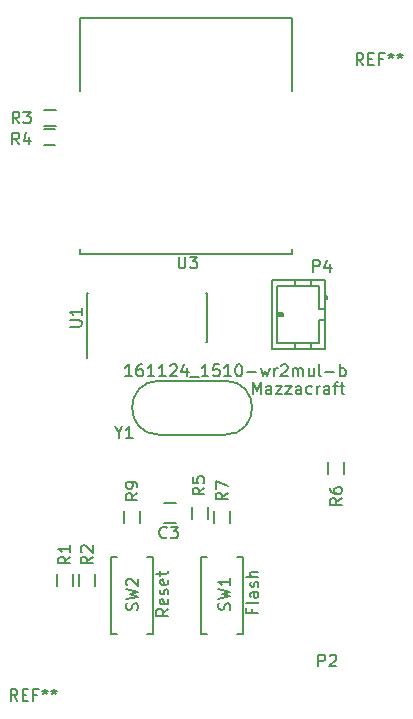
<source format=gbr>
G04 #@! TF.FileFunction,Legend,Top*
%FSLAX46Y46*%
G04 Gerber Fmt 4.6, Leading zero omitted, Abs format (unit mm)*
G04 Created by KiCad (PCBNEW 4.0.4+e1-6308~48~ubuntu16.04.1-stable) date Thu Nov 24 17:46:36 2016*
%MOMM*%
%LPD*%
G01*
G04 APERTURE LIST*
%ADD10C,0.100000*%
%ADD11C,0.200000*%
%ADD12C,0.150000*%
%ADD13C,0.152400*%
G04 APERTURE END LIST*
D10*
D11*
X131322381Y-145938095D02*
X130846190Y-146271429D01*
X131322381Y-146509524D02*
X130322381Y-146509524D01*
X130322381Y-146128571D01*
X130370000Y-146033333D01*
X130417619Y-145985714D01*
X130512857Y-145938095D01*
X130655714Y-145938095D01*
X130750952Y-145985714D01*
X130798571Y-146033333D01*
X130846190Y-146128571D01*
X130846190Y-146509524D01*
X131274762Y-145128571D02*
X131322381Y-145223809D01*
X131322381Y-145414286D01*
X131274762Y-145509524D01*
X131179524Y-145557143D01*
X130798571Y-145557143D01*
X130703333Y-145509524D01*
X130655714Y-145414286D01*
X130655714Y-145223809D01*
X130703333Y-145128571D01*
X130798571Y-145080952D01*
X130893810Y-145080952D01*
X130989048Y-145557143D01*
X131274762Y-144700000D02*
X131322381Y-144604762D01*
X131322381Y-144414286D01*
X131274762Y-144319047D01*
X131179524Y-144271428D01*
X131131905Y-144271428D01*
X131036667Y-144319047D01*
X130989048Y-144414286D01*
X130989048Y-144557143D01*
X130941429Y-144652381D01*
X130846190Y-144700000D01*
X130798571Y-144700000D01*
X130703333Y-144652381D01*
X130655714Y-144557143D01*
X130655714Y-144414286D01*
X130703333Y-144319047D01*
X131274762Y-143461904D02*
X131322381Y-143557142D01*
X131322381Y-143747619D01*
X131274762Y-143842857D01*
X131179524Y-143890476D01*
X130798571Y-143890476D01*
X130703333Y-143842857D01*
X130655714Y-143747619D01*
X130655714Y-143557142D01*
X130703333Y-143461904D01*
X130798571Y-143414285D01*
X130893810Y-143414285D01*
X130989048Y-143890476D01*
X130655714Y-143128571D02*
X130655714Y-142747619D01*
X130322381Y-142985714D02*
X131179524Y-142985714D01*
X131274762Y-142938095D01*
X131322381Y-142842857D01*
X131322381Y-142747619D01*
X138418571Y-145978571D02*
X138418571Y-146311905D01*
X138942381Y-146311905D02*
X137942381Y-146311905D01*
X137942381Y-145835714D01*
X138942381Y-145311905D02*
X138894762Y-145407143D01*
X138799524Y-145454762D01*
X137942381Y-145454762D01*
X138942381Y-144502380D02*
X138418571Y-144502380D01*
X138323333Y-144549999D01*
X138275714Y-144645237D01*
X138275714Y-144835714D01*
X138323333Y-144930952D01*
X138894762Y-144502380D02*
X138942381Y-144597618D01*
X138942381Y-144835714D01*
X138894762Y-144930952D01*
X138799524Y-144978571D01*
X138704286Y-144978571D01*
X138609048Y-144930952D01*
X138561429Y-144835714D01*
X138561429Y-144597618D01*
X138513810Y-144502380D01*
X138894762Y-144073809D02*
X138942381Y-143978571D01*
X138942381Y-143788095D01*
X138894762Y-143692856D01*
X138799524Y-143645237D01*
X138751905Y-143645237D01*
X138656667Y-143692856D01*
X138609048Y-143788095D01*
X138609048Y-143930952D01*
X138561429Y-144026190D01*
X138466190Y-144073809D01*
X138418571Y-144073809D01*
X138323333Y-144026190D01*
X138275714Y-143930952D01*
X138275714Y-143788095D01*
X138323333Y-143692856D01*
X138942381Y-143216666D02*
X137942381Y-143216666D01*
X138942381Y-142788094D02*
X138418571Y-142788094D01*
X138323333Y-142835713D01*
X138275714Y-142930951D01*
X138275714Y-143073809D01*
X138323333Y-143169047D01*
X138370952Y-143216666D01*
X138490475Y-127742381D02*
X138490475Y-126742381D01*
X138823809Y-127456667D01*
X139157142Y-126742381D01*
X139157142Y-127742381D01*
X140061904Y-127742381D02*
X140061904Y-127218571D01*
X140014285Y-127123333D01*
X139919047Y-127075714D01*
X139728570Y-127075714D01*
X139633332Y-127123333D01*
X140061904Y-127694762D02*
X139966666Y-127742381D01*
X139728570Y-127742381D01*
X139633332Y-127694762D01*
X139585713Y-127599524D01*
X139585713Y-127504286D01*
X139633332Y-127409048D01*
X139728570Y-127361429D01*
X139966666Y-127361429D01*
X140061904Y-127313810D01*
X140442856Y-127075714D02*
X140966666Y-127075714D01*
X140442856Y-127742381D01*
X140966666Y-127742381D01*
X141252380Y-127075714D02*
X141776190Y-127075714D01*
X141252380Y-127742381D01*
X141776190Y-127742381D01*
X142585714Y-127742381D02*
X142585714Y-127218571D01*
X142538095Y-127123333D01*
X142442857Y-127075714D01*
X142252380Y-127075714D01*
X142157142Y-127123333D01*
X142585714Y-127694762D02*
X142490476Y-127742381D01*
X142252380Y-127742381D01*
X142157142Y-127694762D01*
X142109523Y-127599524D01*
X142109523Y-127504286D01*
X142157142Y-127409048D01*
X142252380Y-127361429D01*
X142490476Y-127361429D01*
X142585714Y-127313810D01*
X143490476Y-127694762D02*
X143395238Y-127742381D01*
X143204761Y-127742381D01*
X143109523Y-127694762D01*
X143061904Y-127647143D01*
X143014285Y-127551905D01*
X143014285Y-127266190D01*
X143061904Y-127170952D01*
X143109523Y-127123333D01*
X143204761Y-127075714D01*
X143395238Y-127075714D01*
X143490476Y-127123333D01*
X143919047Y-127742381D02*
X143919047Y-127075714D01*
X143919047Y-127266190D02*
X143966666Y-127170952D01*
X144014285Y-127123333D01*
X144109523Y-127075714D01*
X144204762Y-127075714D01*
X144966667Y-127742381D02*
X144966667Y-127218571D01*
X144919048Y-127123333D01*
X144823810Y-127075714D01*
X144633333Y-127075714D01*
X144538095Y-127123333D01*
X144966667Y-127694762D02*
X144871429Y-127742381D01*
X144633333Y-127742381D01*
X144538095Y-127694762D01*
X144490476Y-127599524D01*
X144490476Y-127504286D01*
X144538095Y-127409048D01*
X144633333Y-127361429D01*
X144871429Y-127361429D01*
X144966667Y-127313810D01*
X145300000Y-127075714D02*
X145680952Y-127075714D01*
X145442857Y-127742381D02*
X145442857Y-126885238D01*
X145490476Y-126790000D01*
X145585714Y-126742381D01*
X145680952Y-126742381D01*
X145871429Y-127075714D02*
X146252381Y-127075714D01*
X146014286Y-126742381D02*
X146014286Y-127599524D01*
X146061905Y-127694762D01*
X146157143Y-127742381D01*
X146252381Y-127742381D01*
X128258095Y-126242381D02*
X127686666Y-126242381D01*
X127972380Y-126242381D02*
X127972380Y-125242381D01*
X127877142Y-125385238D01*
X127781904Y-125480476D01*
X127686666Y-125528095D01*
X129115238Y-125242381D02*
X128924761Y-125242381D01*
X128829523Y-125290000D01*
X128781904Y-125337619D01*
X128686666Y-125480476D01*
X128639047Y-125670952D01*
X128639047Y-126051905D01*
X128686666Y-126147143D01*
X128734285Y-126194762D01*
X128829523Y-126242381D01*
X129020000Y-126242381D01*
X129115238Y-126194762D01*
X129162857Y-126147143D01*
X129210476Y-126051905D01*
X129210476Y-125813810D01*
X129162857Y-125718571D01*
X129115238Y-125670952D01*
X129020000Y-125623333D01*
X128829523Y-125623333D01*
X128734285Y-125670952D01*
X128686666Y-125718571D01*
X128639047Y-125813810D01*
X130162857Y-126242381D02*
X129591428Y-126242381D01*
X129877142Y-126242381D02*
X129877142Y-125242381D01*
X129781904Y-125385238D01*
X129686666Y-125480476D01*
X129591428Y-125528095D01*
X131115238Y-126242381D02*
X130543809Y-126242381D01*
X130829523Y-126242381D02*
X130829523Y-125242381D01*
X130734285Y-125385238D01*
X130639047Y-125480476D01*
X130543809Y-125528095D01*
X131496190Y-125337619D02*
X131543809Y-125290000D01*
X131639047Y-125242381D01*
X131877143Y-125242381D01*
X131972381Y-125290000D01*
X132020000Y-125337619D01*
X132067619Y-125432857D01*
X132067619Y-125528095D01*
X132020000Y-125670952D01*
X131448571Y-126242381D01*
X132067619Y-126242381D01*
X132924762Y-125575714D02*
X132924762Y-126242381D01*
X132686666Y-125194762D02*
X132448571Y-125909048D01*
X133067619Y-125909048D01*
X133210476Y-126337619D02*
X133972381Y-126337619D01*
X134734286Y-126242381D02*
X134162857Y-126242381D01*
X134448571Y-126242381D02*
X134448571Y-125242381D01*
X134353333Y-125385238D01*
X134258095Y-125480476D01*
X134162857Y-125528095D01*
X135639048Y-125242381D02*
X135162857Y-125242381D01*
X135115238Y-125718571D01*
X135162857Y-125670952D01*
X135258095Y-125623333D01*
X135496191Y-125623333D01*
X135591429Y-125670952D01*
X135639048Y-125718571D01*
X135686667Y-125813810D01*
X135686667Y-126051905D01*
X135639048Y-126147143D01*
X135591429Y-126194762D01*
X135496191Y-126242381D01*
X135258095Y-126242381D01*
X135162857Y-126194762D01*
X135115238Y-126147143D01*
X136639048Y-126242381D02*
X136067619Y-126242381D01*
X136353333Y-126242381D02*
X136353333Y-125242381D01*
X136258095Y-125385238D01*
X136162857Y-125480476D01*
X136067619Y-125528095D01*
X137258095Y-125242381D02*
X137353334Y-125242381D01*
X137448572Y-125290000D01*
X137496191Y-125337619D01*
X137543810Y-125432857D01*
X137591429Y-125623333D01*
X137591429Y-125861429D01*
X137543810Y-126051905D01*
X137496191Y-126147143D01*
X137448572Y-126194762D01*
X137353334Y-126242381D01*
X137258095Y-126242381D01*
X137162857Y-126194762D01*
X137115238Y-126147143D01*
X137067619Y-126051905D01*
X137020000Y-125861429D01*
X137020000Y-125623333D01*
X137067619Y-125432857D01*
X137115238Y-125337619D01*
X137162857Y-125290000D01*
X137258095Y-125242381D01*
X138020000Y-125861429D02*
X138781905Y-125861429D01*
X139162857Y-125575714D02*
X139353333Y-126242381D01*
X139543810Y-125766190D01*
X139734286Y-126242381D01*
X139924762Y-125575714D01*
X140305714Y-126242381D02*
X140305714Y-125575714D01*
X140305714Y-125766190D02*
X140353333Y-125670952D01*
X140400952Y-125623333D01*
X140496190Y-125575714D01*
X140591429Y-125575714D01*
X140877143Y-125337619D02*
X140924762Y-125290000D01*
X141020000Y-125242381D01*
X141258096Y-125242381D01*
X141353334Y-125290000D01*
X141400953Y-125337619D01*
X141448572Y-125432857D01*
X141448572Y-125528095D01*
X141400953Y-125670952D01*
X140829524Y-126242381D01*
X141448572Y-126242381D01*
X141877143Y-126242381D02*
X141877143Y-125575714D01*
X141877143Y-125670952D02*
X141924762Y-125623333D01*
X142020000Y-125575714D01*
X142162858Y-125575714D01*
X142258096Y-125623333D01*
X142305715Y-125718571D01*
X142305715Y-126242381D01*
X142305715Y-125718571D02*
X142353334Y-125623333D01*
X142448572Y-125575714D01*
X142591429Y-125575714D01*
X142686667Y-125623333D01*
X142734286Y-125718571D01*
X142734286Y-126242381D01*
X143639048Y-125575714D02*
X143639048Y-126242381D01*
X143210476Y-125575714D02*
X143210476Y-126099524D01*
X143258095Y-126194762D01*
X143353333Y-126242381D01*
X143496191Y-126242381D01*
X143591429Y-126194762D01*
X143639048Y-126147143D01*
X144258095Y-126242381D02*
X144162857Y-126194762D01*
X144115238Y-126099524D01*
X144115238Y-125242381D01*
X144639048Y-125861429D02*
X145400953Y-125861429D01*
X145877143Y-126242381D02*
X145877143Y-125242381D01*
X145877143Y-125623333D02*
X145972381Y-125575714D01*
X146162858Y-125575714D01*
X146258096Y-125623333D01*
X146305715Y-125670952D01*
X146353334Y-125766190D01*
X146353334Y-126051905D01*
X146305715Y-126147143D01*
X146258096Y-126194762D01*
X146162858Y-126242381D01*
X145972381Y-126242381D01*
X145877143Y-126194762D01*
D12*
X131945000Y-136945000D02*
X130945000Y-136945000D01*
X130945000Y-138645000D02*
X131945000Y-138645000D01*
X140075000Y-118065000D02*
X144575000Y-118065000D01*
X144575000Y-118065000D02*
X144575000Y-123965000D01*
X144575000Y-123965000D02*
X140075000Y-123965000D01*
X140075000Y-123965000D02*
X140075000Y-118065000D01*
X144575000Y-120515000D02*
X144075000Y-120515000D01*
X144075000Y-120515000D02*
X144075000Y-118565000D01*
X144075000Y-118565000D02*
X140575000Y-118565000D01*
X140575000Y-118565000D02*
X140575000Y-123465000D01*
X140575000Y-123465000D02*
X144075000Y-123465000D01*
X144075000Y-123465000D02*
X144075000Y-121515000D01*
X144075000Y-121515000D02*
X144575000Y-121515000D01*
X143375000Y-118065000D02*
X143375000Y-118565000D01*
X142075000Y-118065000D02*
X142075000Y-118565000D01*
X143375000Y-123465000D02*
X143375000Y-123965000D01*
X142075000Y-123465000D02*
X142075000Y-123965000D01*
X144575000Y-119715000D02*
X144775000Y-119715000D01*
X144775000Y-119715000D02*
X144775000Y-119415000D01*
X144775000Y-119415000D02*
X144575000Y-119415000D01*
X144675000Y-119715000D02*
X144675000Y-119415000D01*
X140575000Y-120915000D02*
X141075000Y-120915000D01*
X141075000Y-120915000D02*
X141075000Y-121115000D01*
X141075000Y-121115000D02*
X140575000Y-121115000D01*
X140575000Y-121015000D02*
X141075000Y-121015000D01*
X137140000Y-141530000D02*
X137640000Y-141530000D01*
X137640000Y-141530000D02*
X137640000Y-148030000D01*
X137640000Y-148030000D02*
X137140000Y-148030000D01*
X134640000Y-148030000D02*
X134140000Y-148030000D01*
X134140000Y-148030000D02*
X134140000Y-141530000D01*
X134140000Y-141530000D02*
X134640000Y-141530000D01*
X129520000Y-141530000D02*
X130020000Y-141530000D01*
X130020000Y-141530000D02*
X130020000Y-148030000D01*
X130020000Y-148030000D02*
X129520000Y-148030000D01*
X127020000Y-148030000D02*
X126520000Y-148030000D01*
X126520000Y-148030000D02*
X126520000Y-141530000D01*
X126520000Y-141530000D02*
X127020000Y-141530000D01*
X124465000Y-123360000D02*
X124490000Y-123360000D01*
X124465000Y-119210000D02*
X124570000Y-119210000D01*
X134615000Y-119210000D02*
X134510000Y-119210000D01*
X134615000Y-123360000D02*
X134510000Y-123360000D01*
X124465000Y-123360000D02*
X124465000Y-119210000D01*
X134615000Y-123360000D02*
X134615000Y-119210000D01*
X124490000Y-123360000D02*
X124490000Y-124735000D01*
D13*
X123825000Y-95885000D02*
X123825000Y-102070000D01*
X141808200Y-115470000D02*
X141808200Y-115849400D01*
X123825000Y-115470000D02*
X123825000Y-115849400D01*
X141808200Y-95885000D02*
X141808200Y-102070000D01*
X123825000Y-115887500D02*
X141808200Y-115887500D01*
X141795500Y-95885000D02*
X123825000Y-95885000D01*
D12*
X136144000Y-131191000D02*
G75*
G03X136144000Y-126619000I0J2286000D01*
G01*
X130556000Y-126619000D02*
G75*
G03X130556000Y-131191000I0J-2286000D01*
G01*
X130556000Y-131191000D02*
X136144000Y-131191000D01*
X130556000Y-126619000D02*
X136144000Y-126619000D01*
X127595000Y-138670000D02*
X127595000Y-137670000D01*
X128945000Y-137670000D02*
X128945000Y-138670000D01*
X135215000Y-138670000D02*
X135215000Y-137670000D01*
X136565000Y-137670000D02*
X136565000Y-138670000D01*
X144825000Y-134500000D02*
X144825000Y-133500000D01*
X146175000Y-133500000D02*
X146175000Y-134500000D01*
X134660000Y-137295000D02*
X134660000Y-138295000D01*
X133310000Y-138295000D02*
X133310000Y-137295000D01*
X120780000Y-105315000D02*
X121780000Y-105315000D01*
X121780000Y-106665000D02*
X120780000Y-106665000D01*
X121800000Y-105065000D02*
X120800000Y-105065000D01*
X120800000Y-103715000D02*
X121800000Y-103715000D01*
X125135000Y-143010000D02*
X125135000Y-144010000D01*
X123785000Y-144010000D02*
X123785000Y-143010000D01*
X123230000Y-143010000D02*
X123230000Y-144010000D01*
X121880000Y-144010000D02*
X121880000Y-143010000D01*
X147856667Y-99902381D02*
X147523333Y-99426190D01*
X147285238Y-99902381D02*
X147285238Y-98902381D01*
X147666191Y-98902381D01*
X147761429Y-98950000D01*
X147809048Y-98997619D01*
X147856667Y-99092857D01*
X147856667Y-99235714D01*
X147809048Y-99330952D01*
X147761429Y-99378571D01*
X147666191Y-99426190D01*
X147285238Y-99426190D01*
X148285238Y-99378571D02*
X148618572Y-99378571D01*
X148761429Y-99902381D02*
X148285238Y-99902381D01*
X148285238Y-98902381D01*
X148761429Y-98902381D01*
X149523334Y-99378571D02*
X149190000Y-99378571D01*
X149190000Y-99902381D02*
X149190000Y-98902381D01*
X149666191Y-98902381D01*
X150190000Y-98902381D02*
X150190000Y-99140476D01*
X149951905Y-99045238D02*
X150190000Y-99140476D01*
X150428096Y-99045238D01*
X150047143Y-99330952D02*
X150190000Y-99140476D01*
X150332858Y-99330952D01*
X150951905Y-98902381D02*
X150951905Y-99140476D01*
X150713810Y-99045238D02*
X150951905Y-99140476D01*
X151190001Y-99045238D01*
X150809048Y-99330952D02*
X150951905Y-99140476D01*
X151094763Y-99330952D01*
X131203334Y-139877143D02*
X131155715Y-139924762D01*
X131012858Y-139972381D01*
X130917620Y-139972381D01*
X130774762Y-139924762D01*
X130679524Y-139829524D01*
X130631905Y-139734286D01*
X130584286Y-139543810D01*
X130584286Y-139400952D01*
X130631905Y-139210476D01*
X130679524Y-139115238D01*
X130774762Y-139020000D01*
X130917620Y-138972381D01*
X131012858Y-138972381D01*
X131155715Y-139020000D01*
X131203334Y-139067619D01*
X131536667Y-138972381D02*
X132155715Y-138972381D01*
X131822381Y-139353333D01*
X131965239Y-139353333D01*
X132060477Y-139400952D01*
X132108096Y-139448571D01*
X132155715Y-139543810D01*
X132155715Y-139781905D01*
X132108096Y-139877143D01*
X132060477Y-139924762D01*
X131965239Y-139972381D01*
X131679524Y-139972381D01*
X131584286Y-139924762D01*
X131536667Y-139877143D01*
X144041905Y-150802381D02*
X144041905Y-149802381D01*
X144422858Y-149802381D01*
X144518096Y-149850000D01*
X144565715Y-149897619D01*
X144613334Y-149992857D01*
X144613334Y-150135714D01*
X144565715Y-150230952D01*
X144518096Y-150278571D01*
X144422858Y-150326190D01*
X144041905Y-150326190D01*
X144994286Y-149897619D02*
X145041905Y-149850000D01*
X145137143Y-149802381D01*
X145375239Y-149802381D01*
X145470477Y-149850000D01*
X145518096Y-149897619D01*
X145565715Y-149992857D01*
X145565715Y-150088095D01*
X145518096Y-150230952D01*
X144946667Y-150802381D01*
X145565715Y-150802381D01*
X143601905Y-117412381D02*
X143601905Y-116412381D01*
X143982858Y-116412381D01*
X144078096Y-116460000D01*
X144125715Y-116507619D01*
X144173334Y-116602857D01*
X144173334Y-116745714D01*
X144125715Y-116840952D01*
X144078096Y-116888571D01*
X143982858Y-116936190D01*
X143601905Y-116936190D01*
X145030477Y-116745714D02*
X145030477Y-117412381D01*
X144792381Y-116364762D02*
X144554286Y-117079048D01*
X145173334Y-117079048D01*
X136534762Y-146003333D02*
X136582381Y-145860476D01*
X136582381Y-145622380D01*
X136534762Y-145527142D01*
X136487143Y-145479523D01*
X136391905Y-145431904D01*
X136296667Y-145431904D01*
X136201429Y-145479523D01*
X136153810Y-145527142D01*
X136106190Y-145622380D01*
X136058571Y-145812857D01*
X136010952Y-145908095D01*
X135963333Y-145955714D01*
X135868095Y-146003333D01*
X135772857Y-146003333D01*
X135677619Y-145955714D01*
X135630000Y-145908095D01*
X135582381Y-145812857D01*
X135582381Y-145574761D01*
X135630000Y-145431904D01*
X135582381Y-145098571D02*
X136582381Y-144860476D01*
X135868095Y-144669999D01*
X136582381Y-144479523D01*
X135582381Y-144241428D01*
X136582381Y-143336666D02*
X136582381Y-143908095D01*
X136582381Y-143622381D02*
X135582381Y-143622381D01*
X135725238Y-143717619D01*
X135820476Y-143812857D01*
X135868095Y-143908095D01*
X128724762Y-146033333D02*
X128772381Y-145890476D01*
X128772381Y-145652380D01*
X128724762Y-145557142D01*
X128677143Y-145509523D01*
X128581905Y-145461904D01*
X128486667Y-145461904D01*
X128391429Y-145509523D01*
X128343810Y-145557142D01*
X128296190Y-145652380D01*
X128248571Y-145842857D01*
X128200952Y-145938095D01*
X128153333Y-145985714D01*
X128058095Y-146033333D01*
X127962857Y-146033333D01*
X127867619Y-145985714D01*
X127820000Y-145938095D01*
X127772381Y-145842857D01*
X127772381Y-145604761D01*
X127820000Y-145461904D01*
X127772381Y-145128571D02*
X128772381Y-144890476D01*
X128058095Y-144699999D01*
X128772381Y-144509523D01*
X127772381Y-144271428D01*
X127867619Y-143938095D02*
X127820000Y-143890476D01*
X127772381Y-143795238D01*
X127772381Y-143557142D01*
X127820000Y-143461904D01*
X127867619Y-143414285D01*
X127962857Y-143366666D01*
X128058095Y-143366666D01*
X128200952Y-143414285D01*
X128772381Y-143985714D01*
X128772381Y-143366666D01*
X122992381Y-122046905D02*
X123801905Y-122046905D01*
X123897143Y-121999286D01*
X123944762Y-121951667D01*
X123992381Y-121856429D01*
X123992381Y-121665952D01*
X123944762Y-121570714D01*
X123897143Y-121523095D01*
X123801905Y-121475476D01*
X122992381Y-121475476D01*
X123992381Y-120475476D02*
X123992381Y-121046905D01*
X123992381Y-120761191D02*
X122992381Y-120761191D01*
X123135238Y-120856429D01*
X123230476Y-120951667D01*
X123278095Y-121046905D01*
X132218095Y-116112381D02*
X132218095Y-116921905D01*
X132265714Y-117017143D01*
X132313333Y-117064762D01*
X132408571Y-117112381D01*
X132599048Y-117112381D01*
X132694286Y-117064762D01*
X132741905Y-117017143D01*
X132789524Y-116921905D01*
X132789524Y-116112381D01*
X133170476Y-116112381D02*
X133789524Y-116112381D01*
X133456190Y-116493333D01*
X133599048Y-116493333D01*
X133694286Y-116540952D01*
X133741905Y-116588571D01*
X133789524Y-116683810D01*
X133789524Y-116921905D01*
X133741905Y-117017143D01*
X133694286Y-117064762D01*
X133599048Y-117112381D01*
X133313333Y-117112381D01*
X133218095Y-117064762D01*
X133170476Y-117017143D01*
X127123809Y-131006190D02*
X127123809Y-131482381D01*
X126790476Y-130482381D02*
X127123809Y-131006190D01*
X127457143Y-130482381D01*
X128314286Y-131482381D02*
X127742857Y-131482381D01*
X128028571Y-131482381D02*
X128028571Y-130482381D01*
X127933333Y-130625238D01*
X127838095Y-130720476D01*
X127742857Y-130768095D01*
X118566667Y-153732381D02*
X118233333Y-153256190D01*
X117995238Y-153732381D02*
X117995238Y-152732381D01*
X118376191Y-152732381D01*
X118471429Y-152780000D01*
X118519048Y-152827619D01*
X118566667Y-152922857D01*
X118566667Y-153065714D01*
X118519048Y-153160952D01*
X118471429Y-153208571D01*
X118376191Y-153256190D01*
X117995238Y-153256190D01*
X118995238Y-153208571D02*
X119328572Y-153208571D01*
X119471429Y-153732381D02*
X118995238Y-153732381D01*
X118995238Y-152732381D01*
X119471429Y-152732381D01*
X120233334Y-153208571D02*
X119900000Y-153208571D01*
X119900000Y-153732381D02*
X119900000Y-152732381D01*
X120376191Y-152732381D01*
X120900000Y-152732381D02*
X120900000Y-152970476D01*
X120661905Y-152875238D02*
X120900000Y-152970476D01*
X121138096Y-152875238D01*
X120757143Y-153160952D02*
X120900000Y-152970476D01*
X121042858Y-153160952D01*
X121661905Y-152732381D02*
X121661905Y-152970476D01*
X121423810Y-152875238D02*
X121661905Y-152970476D01*
X121900001Y-152875238D01*
X121519048Y-153160952D02*
X121661905Y-152970476D01*
X121804763Y-153160952D01*
X128722381Y-136126666D02*
X128246190Y-136460000D01*
X128722381Y-136698095D02*
X127722381Y-136698095D01*
X127722381Y-136317142D01*
X127770000Y-136221904D01*
X127817619Y-136174285D01*
X127912857Y-136126666D01*
X128055714Y-136126666D01*
X128150952Y-136174285D01*
X128198571Y-136221904D01*
X128246190Y-136317142D01*
X128246190Y-136698095D01*
X128722381Y-135650476D02*
X128722381Y-135460000D01*
X128674762Y-135364761D01*
X128627143Y-135317142D01*
X128484286Y-135221904D01*
X128293810Y-135174285D01*
X127912857Y-135174285D01*
X127817619Y-135221904D01*
X127770000Y-135269523D01*
X127722381Y-135364761D01*
X127722381Y-135555238D01*
X127770000Y-135650476D01*
X127817619Y-135698095D01*
X127912857Y-135745714D01*
X128150952Y-135745714D01*
X128246190Y-135698095D01*
X128293810Y-135650476D01*
X128341429Y-135555238D01*
X128341429Y-135364761D01*
X128293810Y-135269523D01*
X128246190Y-135221904D01*
X128150952Y-135174285D01*
X136352381Y-136096666D02*
X135876190Y-136430000D01*
X136352381Y-136668095D02*
X135352381Y-136668095D01*
X135352381Y-136287142D01*
X135400000Y-136191904D01*
X135447619Y-136144285D01*
X135542857Y-136096666D01*
X135685714Y-136096666D01*
X135780952Y-136144285D01*
X135828571Y-136191904D01*
X135876190Y-136287142D01*
X135876190Y-136668095D01*
X135352381Y-135763333D02*
X135352381Y-135096666D01*
X136352381Y-135525238D01*
X146022381Y-136566666D02*
X145546190Y-136900000D01*
X146022381Y-137138095D02*
X145022381Y-137138095D01*
X145022381Y-136757142D01*
X145070000Y-136661904D01*
X145117619Y-136614285D01*
X145212857Y-136566666D01*
X145355714Y-136566666D01*
X145450952Y-136614285D01*
X145498571Y-136661904D01*
X145546190Y-136757142D01*
X145546190Y-137138095D01*
X145022381Y-135709523D02*
X145022381Y-135900000D01*
X145070000Y-135995238D01*
X145117619Y-136042857D01*
X145260476Y-136138095D01*
X145450952Y-136185714D01*
X145831905Y-136185714D01*
X145927143Y-136138095D01*
X145974762Y-136090476D01*
X146022381Y-135995238D01*
X146022381Y-135804761D01*
X145974762Y-135709523D01*
X145927143Y-135661904D01*
X145831905Y-135614285D01*
X145593810Y-135614285D01*
X145498571Y-135661904D01*
X145450952Y-135709523D01*
X145403333Y-135804761D01*
X145403333Y-135995238D01*
X145450952Y-136090476D01*
X145498571Y-136138095D01*
X145593810Y-136185714D01*
X134392381Y-135676666D02*
X133916190Y-136010000D01*
X134392381Y-136248095D02*
X133392381Y-136248095D01*
X133392381Y-135867142D01*
X133440000Y-135771904D01*
X133487619Y-135724285D01*
X133582857Y-135676666D01*
X133725714Y-135676666D01*
X133820952Y-135724285D01*
X133868571Y-135771904D01*
X133916190Y-135867142D01*
X133916190Y-136248095D01*
X133392381Y-134771904D02*
X133392381Y-135248095D01*
X133868571Y-135295714D01*
X133820952Y-135248095D01*
X133773333Y-135152857D01*
X133773333Y-134914761D01*
X133820952Y-134819523D01*
X133868571Y-134771904D01*
X133963810Y-134724285D01*
X134201905Y-134724285D01*
X134297143Y-134771904D01*
X134344762Y-134819523D01*
X134392381Y-134914761D01*
X134392381Y-135152857D01*
X134344762Y-135248095D01*
X134297143Y-135295714D01*
X118703334Y-106612381D02*
X118370000Y-106136190D01*
X118131905Y-106612381D02*
X118131905Y-105612381D01*
X118512858Y-105612381D01*
X118608096Y-105660000D01*
X118655715Y-105707619D01*
X118703334Y-105802857D01*
X118703334Y-105945714D01*
X118655715Y-106040952D01*
X118608096Y-106088571D01*
X118512858Y-106136190D01*
X118131905Y-106136190D01*
X119560477Y-105945714D02*
X119560477Y-106612381D01*
X119322381Y-105564762D02*
X119084286Y-106279048D01*
X119703334Y-106279048D01*
X118728334Y-104837381D02*
X118395000Y-104361190D01*
X118156905Y-104837381D02*
X118156905Y-103837381D01*
X118537858Y-103837381D01*
X118633096Y-103885000D01*
X118680715Y-103932619D01*
X118728334Y-104027857D01*
X118728334Y-104170714D01*
X118680715Y-104265952D01*
X118633096Y-104313571D01*
X118537858Y-104361190D01*
X118156905Y-104361190D01*
X119061667Y-103837381D02*
X119680715Y-103837381D01*
X119347381Y-104218333D01*
X119490239Y-104218333D01*
X119585477Y-104265952D01*
X119633096Y-104313571D01*
X119680715Y-104408810D01*
X119680715Y-104646905D01*
X119633096Y-104742143D01*
X119585477Y-104789762D01*
X119490239Y-104837381D01*
X119204524Y-104837381D01*
X119109286Y-104789762D01*
X119061667Y-104742143D01*
X124932381Y-141506666D02*
X124456190Y-141840000D01*
X124932381Y-142078095D02*
X123932381Y-142078095D01*
X123932381Y-141697142D01*
X123980000Y-141601904D01*
X124027619Y-141554285D01*
X124122857Y-141506666D01*
X124265714Y-141506666D01*
X124360952Y-141554285D01*
X124408571Y-141601904D01*
X124456190Y-141697142D01*
X124456190Y-142078095D01*
X124027619Y-141125714D02*
X123980000Y-141078095D01*
X123932381Y-140982857D01*
X123932381Y-140744761D01*
X123980000Y-140649523D01*
X124027619Y-140601904D01*
X124122857Y-140554285D01*
X124218095Y-140554285D01*
X124360952Y-140601904D01*
X124932381Y-141173333D01*
X124932381Y-140554285D01*
X123032381Y-141516666D02*
X122556190Y-141850000D01*
X123032381Y-142088095D02*
X122032381Y-142088095D01*
X122032381Y-141707142D01*
X122080000Y-141611904D01*
X122127619Y-141564285D01*
X122222857Y-141516666D01*
X122365714Y-141516666D01*
X122460952Y-141564285D01*
X122508571Y-141611904D01*
X122556190Y-141707142D01*
X122556190Y-142088095D01*
X123032381Y-140564285D02*
X123032381Y-141135714D01*
X123032381Y-140850000D02*
X122032381Y-140850000D01*
X122175238Y-140945238D01*
X122270476Y-141040476D01*
X122318095Y-141135714D01*
M02*

</source>
